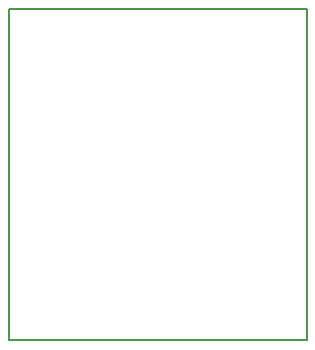
<source format=gm1>
G04 MADE WITH FRITZING*
G04 WWW.FRITZING.ORG*
G04 DOUBLE SIDED*
G04 HOLES PLATED*
G04 CONTOUR ON CENTER OF CONTOUR VECTOR*
%ASAXBY*%
%FSLAX23Y23*%
%MOIN*%
%OFA0B0*%
%SFA1.0B1.0*%
%ADD10R,1.001591X1.112420*%
%ADD11C,0.008000*%
%ADD10C,0.008*%
%LNCONTOUR*%
G90*
G70*
G54D10*
G54D11*
X4Y1108D02*
X998Y1108D01*
X998Y4D01*
X4Y4D01*
X4Y1108D01*
D02*
G04 End of contour*
M02*
</source>
